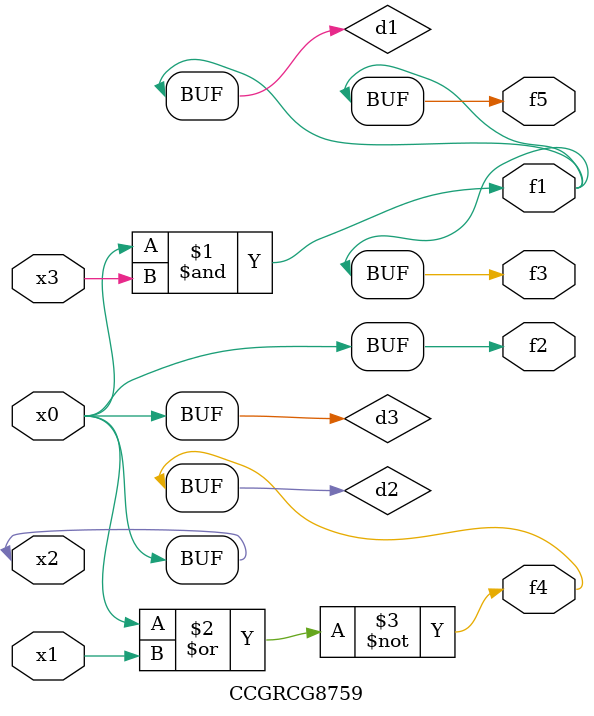
<source format=v>
module CCGRCG8759(
	input x0, x1, x2, x3,
	output f1, f2, f3, f4, f5
);

	wire d1, d2, d3;

	and (d1, x2, x3);
	nor (d2, x0, x1);
	buf (d3, x0, x2);
	assign f1 = d1;
	assign f2 = d3;
	assign f3 = d1;
	assign f4 = d2;
	assign f5 = d1;
endmodule

</source>
